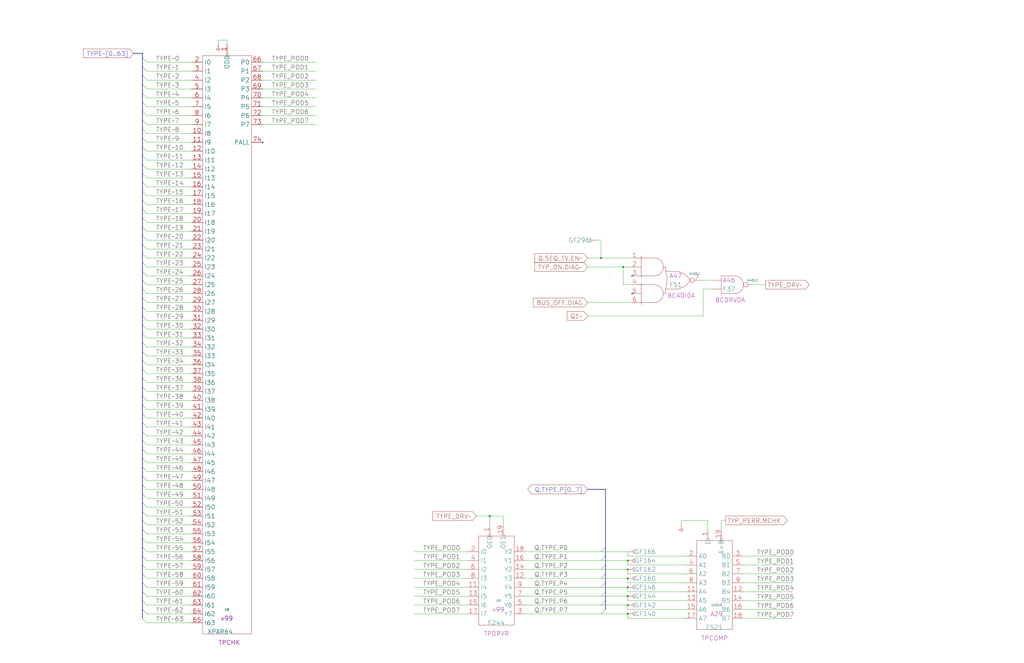
<source format=kicad_sch>
(kicad_sch (version 20230121) (generator eeschema)
  (paper "User" 584.2 378.46)
  (title_block (title "TYPE BUS TRANCEIVER\\nPARITY + BUS DRIVE LOGIC") (date "22-MAY-90") (rev "1.0") (comment 1 "SEQUENCER") (comment 2 "232-003064") (comment 3 "S400") (comment 4 "RELEASED"))
  (lib_symbols
    (symbol "r1000:F244" (pin_names (offset 1.016))
      (property "Reference" "U" (at 2.54 5.08 0))
      (property "Value" "F244" (at -3.81 -7.62 0))
      (property "Location" "___" (at -1.27 0 0))
      (property "Name" "______" (at 1.27 -15.24 0))
      (symbol "F244_1_1"
        (rectangle (start -8.89 41.91) (end 11.43 -8.89))
        (circle (center -2.54 42.545) (radius 0.635))
        (circle (center 5.08 42.545) (radius 0.635))
        (pin input line (at -2.54 48.26 270) (length 5.08) (name "OE0") (number "1"))
        (pin input line (at -15.24 12.7 0) (length 6.35) (name "I4") (number "11"))
        (pin tri_state line (at 17.78 17.78 180) (length 6.35) (name "Y3") (number "12"))
        (pin input line (at -15.24 7.62 0) (length 6.35) (name "I5") (number "13"))
        (pin tri_state line (at 17.78 22.86 180) (length 6.35) (name "Y2") (number "14"))
        (pin input line (at -15.24 2.54 0) (length 6.35) (name "I6") (number "15"))
        (pin tri_state line (at 17.78 27.94 180) (length 6.35) (name "Y1") (number "16"))
        (pin input line (at -15.24 -2.54 0) (length 6.35) (name "I7") (number "17"))
        (pin tri_state line (at 17.78 33.02 180) (length 6.35) (name "Y0") (number "18"))
        (pin input line (at 5.08 48.26 270) (length 5.08) (name "OE1") (number "19"))
        (pin input line (at -15.24 33.02 0) (length 6.35) (name "I0") (number "2"))
        (pin tri_state line (at 17.78 -2.54 180) (length 6.35) (name "Y7") (number "3"))
        (pin input line (at -15.24 27.94 0) (length 6.35) (name "I1") (number "4"))
        (pin tri_state line (at 17.78 2.54 180) (length 6.35) (name "Y6") (number "5"))
        (pin input line (at -15.24 22.86 0) (length 6.35) (name "I2") (number "6"))
        (pin tri_state line (at 17.78 7.62 180) (length 6.35) (name "Y5") (number "7"))
        (pin input line (at -15.24 17.78 0) (length 6.35) (name "I3") (number "8"))
        (pin tri_state line (at 17.78 12.7 180) (length 6.35) (name "Y4") (number "9"))
      )
    )
    (symbol "r1000:F37" (pin_numbers hide) (pin_names (offset 0) hide)
      (property "Reference" "U" (at 15.24 0 0))
      (property "Value" "F37" (at 1.905 -5.08 0))
      (property "Location" "___" (at 1.905 0 0))
      (property "Name" "______" (at 2.54 -12.7 0))
      (symbol "F37_0_1"
        (polyline (pts (xy -2.54 -7.62) (xy 5.08 -7.62)) (stroke (width 0.1524)))
        (polyline (pts (xy -2.54 2.54) (xy -2.54 -7.62)) (stroke (width 0.1524)))
        (polyline (pts (xy -2.54 2.54) (xy 5.08 2.54)) (stroke (width 0.1524)))
        (arc (start 5.08 -7.62) (mid 10.1282 -2.54) (end 5.08 2.54) (stroke (width 0.1524)))
        (circle (center 11.43 -2.54) (radius 1.27) (stroke (width 0.1524)))
      )
      (symbol "F37_0_2"
        (circle (center -3.81 -5.08) (radius 1.27) (stroke (width 0.1524)))
        (circle (center -3.81 0) (radius 1.27) (stroke (width 0.1524)))
        (arc (start -3.175 -7.62) (mid -2.134 -2.54) (end -3.175 2.54) (stroke (width 0.1524)))
        (polyline (pts (xy -3.175 -7.62) (xy 3.81 -7.62)) (stroke (width 0.1524)))
        (polyline (pts (xy -3.175 2.54) (xy 3.81 2.54)) (stroke (width 0.1524)))
        (arc (start 3.81 -7.62) (mid 7.5855 -5.8306) (end 10.16 -2.54) (stroke (width 0.1524)))
        (arc (start 10.16 -2.54) (mid 7.5827 0.7471) (end 3.81 2.54) (stroke (width 0.1524)))
      )
      (symbol "F37_1_1"
        (pin input line (at -7.62 0 0) (length 5.08) (name "D0") (number "1"))
        (pin input line (at -7.62 -5.08 0) (length 5.08) (name "D1") (number "2"))
        (pin output line (at 15.24 -2.54 180) (length 2.54) (name "Q") (number "3"))
      )
      (symbol "F37_1_2"
        (pin input line (at -7.62 0 0) (length 2.54) (name "D0") (number "1"))
        (pin input line (at -7.62 -5.08 0) (length 2.54) (name "D1") (number "2"))
        (pin output line (at 15.24 -2.54 180) (length 5.08) (name "Q") (number "3"))
      )
    )
    (symbol "r1000:F51" (pin_names hide)
      (property "Reference" "U" (at 12.7 1.27 0))
      (property "Value" "F51" (at 1.905 -5.08 0))
      (property "Location" "___" (at 1.905 0 0))
      (property "Name" "______" (at 5.08 -12.7 0))
      (symbol "F51_0_0"
        (arc (start -10.16 -15.24) (mid -6.5679 -13.7521) (end -5.08 -10.16) (stroke (width 0.1524)))
        (arc (start -10.16 0) (mid -6.5679 1.4879) (end -5.08 5.08) (stroke (width 0.1524)))
        (arc (start -5.08 -10.16) (mid -6.5679 -6.5679) (end -10.16 -5.08) (stroke (width 0.1524)))
        (arc (start -5.08 5.08) (mid -6.5679 8.6721) (end -10.16 10.16) (stroke (width 0.1524)))
        (arc (start -3.8173 -7.62) (mid -2.9926 -2.54) (end -3.8173 2.54) (stroke (width 0.1524)))
        (polyline (pts (xy -20.32 -15.24) (xy -17.78 -15.24)) (stroke (width 0.1524)))
        (polyline (pts (xy -20.32 -10.16) (xy -17.78 -10.16)) (stroke (width 0.1524)))
        (polyline (pts (xy -20.32 -5.08) (xy -17.78 -5.08)) (stroke (width 0.1524)))
        (polyline (pts (xy -20.32 0) (xy -17.78 0)) (stroke (width 0.1524)))
        (polyline (pts (xy -20.32 5.08) (xy -17.78 5.08)) (stroke (width 0.1524)))
        (polyline (pts (xy -20.32 10.16) (xy -17.78 10.16)) (stroke (width 0.1524)))
        (polyline (pts (xy -17.78 -3.81) (xy -17.78 -16.51)) (stroke (width 0.1524)))
        (polyline (pts (xy -17.78 11.43) (xy -17.78 -1.27)) (stroke (width 0.1524)))
        (polyline (pts (xy -10.16 -15.24) (xy -17.78 -15.24)) (stroke (width 0.1524)))
        (polyline (pts (xy -10.16 -5.08) (xy -17.78 -5.08)) (stroke (width 0.1524)))
        (polyline (pts (xy -10.16 0) (xy -17.78 0)) (stroke (width 0.1524)))
        (polyline (pts (xy -10.16 10.16) (xy -17.78 10.16)) (stroke (width 0.1524)))
        (polyline (pts (xy -3.81 -7.62) (xy 2.54 -7.62)) (stroke (width 0.1524)))
        (polyline (pts (xy -3.81 2.54) (xy 2.54 2.54)) (stroke (width 0.1524)))
        (polyline (pts (xy -5.08 -10.16) (xy -3.81 -10.16) (xy -3.81 -7.62)) (stroke (width 0.1524)))
        (polyline (pts (xy -5.08 5.08) (xy -3.81 5.08) (xy -3.81 2.54)) (stroke (width 0.1524)))
        (arc (start 2.54 -7.62) (mid 6.9504 -5.9805) (end 10.16 -2.54) (stroke (width 0.1524)))
        (arc (start 10.16 -2.54) (mid 6.9516 0.9024) (end 2.54 2.54) (stroke (width 0.1524)))
        (circle (center 11.43 -2.54) (radius 1.27) (stroke (width 0.1524)))
      )
      (symbol "F51_1_1"
        (pin input line (at -22.86 10.16 0) (length 2.54) (name "A1") (number "1"))
        (pin input line (at -22.86 5.08 0) (length 2.54) (name "A2") (number "2"))
        (pin input line (at -22.86 0 0) (length 2.54) (name "A3") (number "3"))
        (pin input line (at -22.86 -5.08 0) (length 2.54) (name "B1") (number "4"))
        (pin input line (at -22.86 -10.16 0) (length 2.54) (name "B2") (number "5"))
        (pin input line (at -22.86 -15.24 0) (length 2.54) (name "B3") (number "6"))
        (pin output line (at 15.24 -2.54 180) (length 2.54) (name "Q") (number "7"))
      )
    )
    (symbol "r1000:F521" (pin_names (offset 1.016))
      (property "Reference" "U" (at 2.54 5.08 0))
      (property "Value" "F521" (at -3.81 -7.62 0))
      (property "Location" "___" (at -1.27 0 0))
      (property "Name" "______" (at 1.27 -15.24 0))
      (symbol "F521_1_1"
        (rectangle (start -8.89 41.91) (end 11.43 -8.89))
        (circle (center -2.54 42.545) (radius 0.635))
        (circle (center 5.08 42.545) (radius 0.635))
        (pin input line (at -2.54 48.26 270) (length 5.08) (name "E") (number "1"))
        (pin input line (at -15.24 12.7 0) (length 6.35) (name "A4") (number "11"))
        (pin input line (at 17.78 12.7 180) (length 6.35) (name "B4") (number "12"))
        (pin input line (at -15.24 7.62 0) (length 6.35) (name "A5") (number "13"))
        (pin input line (at 17.78 7.62 180) (length 6.35) (name "B5") (number "14"))
        (pin input line (at -15.24 2.54 0) (length 6.35) (name "A6") (number "15"))
        (pin input line (at 17.78 2.54 180) (length 6.35) (name "B6") (number "16"))
        (pin input line (at -15.24 -2.54 0) (length 6.35) (name "A7") (number "17"))
        (pin input line (at 17.78 -2.54 180) (length 6.35) (name "B7") (number "18"))
        (pin output line (at 5.08 48.26 270) (length 5.08) (name "A=B") (number "19"))
        (pin input line (at -15.24 33.02 0) (length 6.35) (name "A0") (number "2"))
        (pin input line (at 17.78 33.02 180) (length 6.35) (name "B0") (number "3"))
        (pin input line (at -15.24 27.94 0) (length 6.35) (name "A1") (number "4"))
        (pin input line (at 17.78 27.94 180) (length 6.35) (name "B1") (number "5"))
        (pin input line (at -15.24 22.86 0) (length 6.35) (name "A2") (number "6"))
        (pin input line (at 17.78 22.86 180) (length 6.35) (name "B2") (number "7"))
        (pin input line (at -15.24 17.78 0) (length 6.35) (name "A3") (number "8"))
        (pin input line (at 17.78 17.78 180) (length 6.35) (name "B3") (number "9"))
      )
    )
    (symbol "r1000:GF" (pin_numbers hide) (pin_names (offset 0) hide)
      (property "Reference" "GF" (at 3.81 0 0))
      (symbol "GF_0_1"
        (polyline (pts (xy 2.54 0) (xy 3.81 1.27) (xy 3.81 -1.27) (xy 2.54 0)) (stroke (width 0.1524)))
      )
      (symbol "GF_1_1"
        (pin bidirectional line (at 0 0 0) (length 2.54) (name "") (number "1"))
      )
    )
    (symbol "r1000:PD" (power) (pin_numbers hide) (pin_names hide) (in_bom no)
      (symbol "PD_0_1"
        (polyline (pts (xy 0 -2.54) (xy 1.27 -2.54) (xy 0 -3.81) (xy -1.27 -2.54) (xy 0 -2.54)) (stroke (width 0.1524)))
      )
      (symbol "PD_1_1"
        (pin power_in line (at 0 0 270) (length 2.54) (name "PD") (number "1"))
      )
    )
    (symbol "r1000:XPAR64" (pin_names (offset 1.016))
      (property "Reference" "U" (at 2.54 5.08 0))
      (property "Value" "XPAR64" (at -8.89 -7.62 0))
      (property "Location" "___" (at -1.27 0 0))
      (property "Name" "______" (at 3.81 -15.24 0))
      (symbol "XPAR64_1_1"
        (rectangle (start -11.43 321.31) (end 16.51 -8.89))
        (circle (center 2.54 321.945) (radius 0.635))
        (pin input line (at 2.54 327.66 270) (length 5.08) (name "ODD") (number "1"))
        (pin input line (at -17.78 276.86 0) (length 6.35) (name "I8") (number "10"))
        (pin input line (at -17.78 271.78 0) (length 6.35) (name "I9") (number "11"))
        (pin input line (at -17.78 266.7 0) (length 6.35) (name "I10") (number "12"))
        (pin input line (at -17.78 261.62 0) (length 6.35) (name "I11") (number "13"))
        (pin input line (at -17.78 256.54 0) (length 6.35) (name "I12") (number "14"))
        (pin input line (at -17.78 251.46 0) (length 6.35) (name "I13") (number "15"))
        (pin input line (at -17.78 246.38 0) (length 6.35) (name "I14") (number "16"))
        (pin input line (at -17.78 241.3 0) (length 6.35) (name "I15") (number "17"))
        (pin input line (at -17.78 236.22 0) (length 6.35) (name "I16") (number "18"))
        (pin input line (at -17.78 231.14 0) (length 6.35) (name "I17") (number "19"))
        (pin input line (at -17.78 317.5 0) (length 6.35) (name "I0") (number "2"))
        (pin input line (at -17.78 226.06 0) (length 6.35) (name "I18") (number "20"))
        (pin input line (at -17.78 220.98 0) (length 6.35) (name "I19") (number "21"))
        (pin input line (at -17.78 215.9 0) (length 6.35) (name "I20") (number "22"))
        (pin input line (at -17.78 210.82 0) (length 6.35) (name "I21") (number "23"))
        (pin input line (at -17.78 205.74 0) (length 6.35) (name "I22") (number "24"))
        (pin input line (at -17.78 200.66 0) (length 6.35) (name "I23") (number "25"))
        (pin input line (at -17.78 195.58 0) (length 6.35) (name "I24") (number "26"))
        (pin input line (at -17.78 190.5 0) (length 6.35) (name "I25") (number "27"))
        (pin input line (at -17.78 185.42 0) (length 6.35) (name "I26") (number "28"))
        (pin input line (at -17.78 180.34 0) (length 6.35) (name "I27") (number "29"))
        (pin input line (at -17.78 312.42 0) (length 6.35) (name "I1") (number "3"))
        (pin input line (at -17.78 175.26 0) (length 6.35) (name "I28") (number "30"))
        (pin input line (at -17.78 170.18 0) (length 6.35) (name "I29") (number "31"))
        (pin input line (at -17.78 165.1 0) (length 6.35) (name "I30") (number "32"))
        (pin input line (at -17.78 160.02 0) (length 6.35) (name "I31") (number "33"))
        (pin input line (at -17.78 154.94 0) (length 6.35) (name "I32") (number "34"))
        (pin input line (at -17.78 149.86 0) (length 6.35) (name "I33") (number "35"))
        (pin input line (at -17.78 144.78 0) (length 6.35) (name "I34") (number "36"))
        (pin input line (at -17.78 139.7 0) (length 6.35) (name "I35") (number "37"))
        (pin input line (at -17.78 134.62 0) (length 6.35) (name "I36") (number "38"))
        (pin input line (at -17.78 129.54 0) (length 6.35) (name "I37") (number "39"))
        (pin input line (at -17.78 307.34 0) (length 6.35) (name "I2") (number "4"))
        (pin input line (at -17.78 124.46 0) (length 6.35) (name "I38") (number "40"))
        (pin input line (at -17.78 119.38 0) (length 6.35) (name "I39") (number "41"))
        (pin input line (at -17.78 114.3 0) (length 6.35) (name "I40") (number "42"))
        (pin input line (at -17.78 109.22 0) (length 6.35) (name "I41") (number "43"))
        (pin input line (at -17.78 104.14 0) (length 6.35) (name "I42") (number "44"))
        (pin input line (at -17.78 99.06 0) (length 6.35) (name "I43") (number "45"))
        (pin input line (at -17.78 93.98 0) (length 6.35) (name "I44") (number "46"))
        (pin input line (at -17.78 88.9 0) (length 6.35) (name "I45") (number "47"))
        (pin input line (at -17.78 83.82 0) (length 6.35) (name "I46") (number "48"))
        (pin input line (at -17.78 78.74 0) (length 6.35) (name "I47") (number "49"))
        (pin input line (at -17.78 302.26 0) (length 6.35) (name "I3") (number "5"))
        (pin input line (at -17.78 73.66 0) (length 6.35) (name "I48") (number "50"))
        (pin input line (at -17.78 68.58 0) (length 6.35) (name "I49") (number "51"))
        (pin input line (at -17.78 63.5 0) (length 6.35) (name "I50") (number "52"))
        (pin input line (at -17.78 58.42 0) (length 6.35) (name "I51") (number "53"))
        (pin input line (at -17.78 53.34 0) (length 6.35) (name "I52") (number "54"))
        (pin input line (at -17.78 48.26 0) (length 6.35) (name "I53") (number "55"))
        (pin input line (at -17.78 43.18 0) (length 6.35) (name "I54") (number "56"))
        (pin input line (at -17.78 38.1 0) (length 6.35) (name "I55") (number "57"))
        (pin input line (at -17.78 33.02 0) (length 6.35) (name "I56") (number "58"))
        (pin input line (at -17.78 27.94 0) (length 6.35) (name "I57") (number "59"))
        (pin input line (at -17.78 297.18 0) (length 6.35) (name "I4") (number "6"))
        (pin input line (at -17.78 22.86 0) (length 6.35) (name "I58") (number "60"))
        (pin input line (at -17.78 17.78 0) (length 6.35) (name "I59") (number "61"))
        (pin input line (at -17.78 12.7 0) (length 6.35) (name "I60") (number "62"))
        (pin input line (at -17.78 7.62 0) (length 6.35) (name "I61") (number "63"))
        (pin input line (at -17.78 2.54 0) (length 6.35) (name "I62") (number "64"))
        (pin input line (at -17.78 -2.54 0) (length 6.35) (name "I63") (number "65"))
        (pin output line (at 22.86 317.5 180) (length 6.35) (name "P0") (number "66"))
        (pin output line (at 22.86 312.42 180) (length 6.35) (name "P1") (number "67"))
        (pin output line (at 22.86 307.34 180) (length 6.35) (name "P2") (number "68"))
        (pin output line (at 22.86 302.26 180) (length 6.35) (name "P3") (number "69"))
        (pin input line (at -17.78 292.1 0) (length 6.35) (name "I5") (number "7"))
        (pin output line (at 22.86 297.18 180) (length 6.35) (name "P4") (number "70"))
        (pin output line (at 22.86 292.1 180) (length 6.35) (name "P5") (number "71"))
        (pin output line (at 22.86 287.02 180) (length 6.35) (name "P6") (number "72"))
        (pin output line (at 22.86 281.94 180) (length 6.35) (name "P7") (number "73"))
        (pin output line (at 22.86 271.78 180) (length 6.35) (name "PALL") (number "74"))
        (pin input line (at -17.78 287.02 0) (length 6.35) (name "I6") (number "8"))
        (pin input line (at -17.78 281.94 0) (length 6.35) (name "I7") (number "9"))
      )
    )
  )
  (junction (at 358.14 325.12))
  (junction (at 358.14 320.04))
  (junction (at 358.14 340.36))
  (junction (at 279.4 294.64))
  (junction (at 358.14 345.44))
  (junction (at 358.14 330.2))
  (junction (at 355.6 152.4))
  (junction (at 358.14 335.28))
  (junction (at 358.14 350.52))
  (junction (at 342.9 147.32))
  (no_connect (at 360.68 167.64))
  (no_connect (at 149.86 81.28))
  (no_connect (at 360.68 157.48))
  (bus_entry (at 81.28 281.94) (size 2.54 2.54))
  (bus_entry (at 81.28 210.82) (size 2.54 2.54))
  (bus_entry (at 81.28 337.82) (size 2.54 2.54))
  (bus_entry (at 81.28 220.98) (size 2.54 2.54))
  (bus_entry (at 81.28 261.62) (size 2.54 2.54))
  (bus_entry (at 81.28 180.34) (size 2.54 2.54))
  (bus_entry (at 81.28 266.7) (size 2.54 2.54))
  (bus_entry (at 345.44 337.82) (size -2.54 2.54))
  (bus_entry (at 81.28 43.18) (size 2.54 2.54))
  (bus_entry (at 81.28 99.06) (size 2.54 2.54))
  (bus_entry (at 81.28 241.3) (size 2.54 2.54))
  (bus_entry (at 81.28 93.98) (size 2.54 2.54))
  (bus_entry (at 81.28 114.3) (size 2.54 2.54))
  (bus_entry (at 81.28 149.86) (size 2.54 2.54))
  (bus_entry (at 81.28 33.02) (size 2.54 2.54))
  (bus_entry (at 345.44 347.98) (size -2.54 2.54))
  (bus_entry (at 81.28 144.78) (size 2.54 2.54))
  (bus_entry (at 81.28 302.26) (size 2.54 2.54))
  (bus_entry (at 81.28 287.02) (size 2.54 2.54))
  (bus_entry (at 81.28 322.58) (size 2.54 2.54))
  (bus_entry (at 81.28 271.78) (size 2.54 2.54))
  (bus_entry (at 81.28 58.42) (size 2.54 2.54))
  (bus_entry (at 81.28 226.06) (size 2.54 2.54))
  (bus_entry (at 81.28 175.26) (size 2.54 2.54))
  (bus_entry (at 81.28 251.46) (size 2.54 2.54))
  (bus_entry (at 81.28 109.22) (size 2.54 2.54))
  (bus_entry (at 345.44 327.66) (size -2.54 2.54))
  (bus_entry (at 81.28 256.54) (size 2.54 2.54))
  (bus_entry (at 81.28 165.1) (size 2.54 2.54))
  (bus_entry (at 81.28 236.22) (size 2.54 2.54))
  (bus_entry (at 81.28 129.54) (size 2.54 2.54))
  (bus_entry (at 81.28 297.18) (size 2.54 2.54))
  (bus_entry (at 81.28 246.38) (size 2.54 2.54))
  (bus_entry (at 81.28 38.1) (size 2.54 2.54))
  (bus_entry (at 81.28 353.06) (size 2.54 2.54))
  (bus_entry (at 345.44 322.58) (size -2.54 2.54))
  (bus_entry (at 81.28 124.46) (size 2.54 2.54))
  (bus_entry (at 81.28 134.62) (size 2.54 2.54))
  (bus_entry (at 81.28 78.74) (size 2.54 2.54))
  (bus_entry (at 81.28 185.42) (size 2.54 2.54))
  (bus_entry (at 81.28 73.66) (size 2.54 2.54))
  (bus_entry (at 81.28 63.5) (size 2.54 2.54))
  (bus_entry (at 345.44 312.42) (size -2.54 2.54))
  (bus_entry (at 81.28 327.66) (size 2.54 2.54))
  (bus_entry (at 81.28 215.9) (size 2.54 2.54))
  (bus_entry (at 81.28 68.58) (size 2.54 2.54))
  (bus_entry (at 81.28 83.82) (size 2.54 2.54))
  (bus_entry (at 81.28 231.14) (size 2.54 2.54))
  (bus_entry (at 345.44 342.9) (size -2.54 2.54))
  (bus_entry (at 81.28 342.9) (size 2.54 2.54))
  (bus_entry (at 81.28 170.18) (size 2.54 2.54))
  (bus_entry (at 81.28 48.26) (size 2.54 2.54))
  (bus_entry (at 81.28 104.14) (size 2.54 2.54))
  (bus_entry (at 81.28 205.74) (size 2.54 2.54))
  (bus_entry (at 81.28 190.5) (size 2.54 2.54))
  (bus_entry (at 81.28 195.58) (size 2.54 2.54))
  (bus_entry (at 81.28 154.94) (size 2.54 2.54))
  (bus_entry (at 345.44 332.74) (size -2.54 2.54))
  (bus_entry (at 81.28 139.7) (size 2.54 2.54))
  (bus_entry (at 81.28 88.9) (size 2.54 2.54))
  (bus_entry (at 81.28 307.34) (size 2.54 2.54))
  (bus_entry (at 81.28 292.1) (size 2.54 2.54))
  (bus_entry (at 81.28 200.66) (size 2.54 2.54))
  (bus_entry (at 345.44 317.5) (size -2.54 2.54))
  (bus_entry (at 81.28 276.86) (size 2.54 2.54))
  (bus_entry (at 81.28 317.5) (size 2.54 2.54))
  (bus_entry (at 81.28 347.98) (size 2.54 2.54))
  (bus_entry (at 81.28 312.42) (size 2.54 2.54))
  (bus_entry (at 81.28 119.38) (size 2.54 2.54))
  (bus_entry (at 81.28 332.74) (size 2.54 2.54))
  (bus_entry (at 81.28 53.34) (size 2.54 2.54))
  (bus_entry (at 81.28 160.02) (size 2.54 2.54))
  (bus (pts (xy 81.28 160.02) (xy 81.28 165.1)))
  (bus (pts (xy 81.28 241.3) (xy 81.28 246.38)))
  (wire (pts (xy 149.86 50.8) (xy 180.34 50.8)))
  (wire (pts (xy 335.28 180.34) (xy 401.32 180.34)))
  (wire (pts (xy 424.18 353.06) (xy 452.12 353.06)))
  (wire (pts (xy 358.14 353.06) (xy 391.16 353.06)))
  (wire (pts (xy 109.22 198.12) (xy 83.82 198.12)))
  (wire (pts (xy 109.22 187.96) (xy 83.82 187.96)))
  (wire (pts (xy 109.22 264.16) (xy 83.82 264.16)))
  (bus (pts (xy 345.44 337.82) (xy 345.44 342.9)))
  (wire (pts (xy 424.18 317.5) (xy 452.12 317.5)))
  (wire (pts (xy 388.62 297.18) (xy 403.86 297.18)))
  (wire (pts (xy 109.22 177.8) (xy 83.82 177.8)))
  (bus (pts (xy 76.2 30.48) (xy 81.28 30.48)))
  (wire (pts (xy 109.22 55.88) (xy 83.82 55.88)))
  (bus (pts (xy 81.28 307.34) (xy 81.28 312.42)))
  (wire (pts (xy 149.86 40.64) (xy 180.34 40.64)))
  (bus (pts (xy 81.28 154.94) (xy 81.28 160.02)))
  (bus (pts (xy 81.28 236.22) (xy 81.28 241.3)))
  (bus (pts (xy 81.28 195.58) (xy 81.28 200.66)))
  (wire (pts (xy 149.86 71.12) (xy 180.34 71.12)))
  (wire (pts (xy 109.22 345.44) (xy 83.82 345.44)))
  (wire (pts (xy 424.18 327.66) (xy 452.12 327.66)))
  (wire (pts (xy 109.22 106.68) (xy 83.82 106.68)))
  (wire (pts (xy 109.22 76.2) (xy 83.82 76.2)))
  (wire (pts (xy 411.48 297.18) (xy 411.48 302.26)))
  (bus (pts (xy 81.28 99.06) (xy 81.28 104.14)))
  (wire (pts (xy 109.22 142.24) (xy 83.82 142.24)))
  (wire (pts (xy 355.6 152.4) (xy 355.6 162.56)))
  (bus (pts (xy 81.28 256.54) (xy 81.28 261.62)))
  (bus (pts (xy 345.44 317.5) (xy 345.44 322.58)))
  (wire (pts (xy 109.22 248.92) (xy 83.82 248.92)))
  (bus (pts (xy 81.28 144.78) (xy 81.28 149.86)))
  (wire (pts (xy 342.9 330.2) (xy 358.14 330.2)))
  (wire (pts (xy 411.48 297.18) (xy 414.02 297.18)))
  (wire (pts (xy 398.78 160.02) (xy 406.4 160.02)))
  (wire (pts (xy 149.86 45.72) (xy 180.34 45.72)))
  (wire (pts (xy 109.22 157.48) (xy 83.82 157.48)))
  (bus (pts (xy 81.28 271.78) (xy 81.28 276.86)))
  (bus (pts (xy 81.28 246.38) (xy 81.28 251.46)))
  (wire (pts (xy 358.14 345.44) (xy 358.14 347.98)))
  (wire (pts (xy 129.54 22.86) (xy 129.54 25.4)))
  (wire (pts (xy 109.22 193.04) (xy 83.82 193.04)))
  (wire (pts (xy 358.14 332.74) (xy 391.16 332.74)))
  (wire (pts (xy 299.72 345.44) (xy 342.9 345.44)))
  (wire (pts (xy 279.4 294.64) (xy 279.4 299.72)))
  (wire (pts (xy 109.22 335.28) (xy 83.82 335.28)))
  (bus (pts (xy 81.28 251.46) (xy 81.28 256.54)))
  (bus (pts (xy 81.28 88.9) (xy 81.28 93.98)))
  (wire (pts (xy 109.22 218.44) (xy 83.82 218.44)))
  (wire (pts (xy 360.68 162.56) (xy 355.6 162.56)))
  (wire (pts (xy 358.14 320.04) (xy 358.14 322.58)))
  (bus (pts (xy 81.28 200.66) (xy 81.28 205.74)))
  (wire (pts (xy 271.78 294.64) (xy 279.4 294.64)))
  (wire (pts (xy 109.22 228.6) (xy 83.82 228.6)))
  (wire (pts (xy 335.28 147.32) (xy 342.9 147.32)))
  (bus (pts (xy 81.28 53.34) (xy 81.28 58.42)))
  (wire (pts (xy 109.22 314.96) (xy 83.82 314.96)))
  (bus (pts (xy 81.28 129.54) (xy 81.28 134.62)))
  (wire (pts (xy 342.9 320.04) (xy 358.14 320.04)))
  (wire (pts (xy 299.72 340.36) (xy 342.9 340.36)))
  (wire (pts (xy 358.14 340.36) (xy 358.14 342.9)))
  (bus (pts (xy 81.28 276.86) (xy 81.28 281.94)))
  (bus (pts (xy 81.28 124.46) (xy 81.28 129.54)))
  (wire (pts (xy 358.14 327.66) (xy 391.16 327.66)))
  (wire (pts (xy 109.22 147.32) (xy 83.82 147.32)))
  (wire (pts (xy 335.28 152.4) (xy 355.6 152.4)))
  (bus (pts (xy 81.28 83.82) (xy 81.28 88.9)))
  (wire (pts (xy 109.22 259.08) (xy 83.82 259.08)))
  (wire (pts (xy 109.22 172.72) (xy 83.82 172.72)))
  (wire (pts (xy 358.14 317.5) (xy 391.16 317.5)))
  (bus (pts (xy 81.28 68.58) (xy 81.28 73.66)))
  (wire (pts (xy 109.22 238.76) (xy 83.82 238.76)))
  (wire (pts (xy 109.22 162.56) (xy 83.82 162.56)))
  (bus (pts (xy 81.28 180.34) (xy 81.28 185.42)))
  (wire (pts (xy 109.22 60.96) (xy 83.82 60.96)))
  (bus (pts (xy 81.28 347.98) (xy 81.28 353.06)))
  (bus (pts (xy 345.44 332.74) (xy 345.44 337.82)))
  (wire (pts (xy 109.22 299.72) (xy 83.82 299.72)))
  (wire (pts (xy 236.22 340.36) (xy 266.7 340.36)))
  (wire (pts (xy 109.22 137.16) (xy 83.82 137.16)))
  (wire (pts (xy 299.72 350.52) (xy 342.9 350.52)))
  (wire (pts (xy 340.36 137.16) (xy 342.9 137.16)))
  (bus (pts (xy 345.44 279.4) (xy 345.44 312.42)))
  (wire (pts (xy 299.72 314.96) (xy 342.9 314.96)))
  (wire (pts (xy 429.26 162.56) (xy 436.88 162.56)))
  (wire (pts (xy 109.22 101.6) (xy 83.82 101.6)))
  (bus (pts (xy 81.28 337.82) (xy 81.28 342.9)))
  (wire (pts (xy 236.22 320.04) (xy 266.7 320.04)))
  (bus (pts (xy 81.28 63.5) (xy 81.28 68.58)))
  (bus (pts (xy 81.28 114.3) (xy 81.28 119.38)))
  (wire (pts (xy 424.18 332.74) (xy 452.12 332.74)))
  (wire (pts (xy 109.22 167.64) (xy 83.82 167.64)))
  (bus (pts (xy 81.28 322.58) (xy 81.28 327.66)))
  (wire (pts (xy 109.22 279.4) (xy 83.82 279.4)))
  (wire (pts (xy 109.22 91.44) (xy 83.82 91.44)))
  (wire (pts (xy 124.46 22.86) (xy 129.54 22.86)))
  (bus (pts (xy 81.28 73.66) (xy 81.28 78.74)))
  (wire (pts (xy 236.22 345.44) (xy 266.7 345.44)))
  (wire (pts (xy 342.9 340.36) (xy 358.14 340.36)))
  (wire (pts (xy 236.22 335.28) (xy 266.7 335.28)))
  (wire (pts (xy 342.9 314.96) (xy 358.14 314.96)))
  (wire (pts (xy 109.22 309.88) (xy 83.82 309.88)))
  (wire (pts (xy 299.72 335.28) (xy 342.9 335.28)))
  (wire (pts (xy 109.22 40.64) (xy 83.82 40.64)))
  (wire (pts (xy 342.9 147.32) (xy 360.68 147.32)))
  (wire (pts (xy 109.22 355.6) (xy 83.82 355.6)))
  (bus (pts (xy 81.28 93.98) (xy 81.28 99.06)))
  (wire (pts (xy 299.72 330.2) (xy 342.9 330.2)))
  (wire (pts (xy 342.9 137.16) (xy 342.9 147.32)))
  (bus (pts (xy 81.28 170.18) (xy 81.28 175.26)))
  (bus (pts (xy 81.28 134.62) (xy 81.28 139.7)))
  (wire (pts (xy 109.22 35.56) (xy 83.82 35.56)))
  (bus (pts (xy 81.28 190.5) (xy 81.28 195.58)))
  (wire (pts (xy 109.22 127) (xy 83.82 127)))
  (wire (pts (xy 109.22 116.84) (xy 83.82 116.84)))
  (wire (pts (xy 358.14 337.82) (xy 391.16 337.82)))
  (wire (pts (xy 335.28 172.72) (xy 360.68 172.72)))
  (bus (pts (xy 81.28 261.62) (xy 81.28 266.7)))
  (wire (pts (xy 109.22 121.92) (xy 83.82 121.92)))
  (bus (pts (xy 345.44 342.9) (xy 345.44 347.98)))
  (bus (pts (xy 81.28 297.18) (xy 81.28 302.26)))
  (wire (pts (xy 109.22 350.52) (xy 83.82 350.52)))
  (bus (pts (xy 81.28 175.26) (xy 81.28 180.34)))
  (wire (pts (xy 358.14 330.2) (xy 358.14 332.74)))
  (bus (pts (xy 81.28 78.74) (xy 81.28 83.82)))
  (bus (pts (xy 81.28 30.48) (xy 81.28 33.02)))
  (wire (pts (xy 355.6 152.4) (xy 360.68 152.4)))
  (wire (pts (xy 358.14 325.12) (xy 358.14 327.66)))
  (bus (pts (xy 81.28 104.14) (xy 81.28 109.22)))
  (bus (pts (xy 81.28 109.22) (xy 81.28 114.3)))
  (bus (pts (xy 81.28 43.18) (xy 81.28 48.26)))
  (wire (pts (xy 109.22 111.76) (xy 83.82 111.76)))
  (wire (pts (xy 109.22 96.52) (xy 83.82 96.52)))
  (wire (pts (xy 109.22 71.12) (xy 83.82 71.12)))
  (wire (pts (xy 358.14 335.28) (xy 358.14 337.82)))
  (bus (pts (xy 81.28 210.82) (xy 81.28 215.9)))
  (wire (pts (xy 403.86 297.18) (xy 403.86 302.26)))
  (wire (pts (xy 236.22 330.2) (xy 266.7 330.2)))
  (wire (pts (xy 424.18 342.9) (xy 452.12 342.9)))
  (wire (pts (xy 109.22 269.24) (xy 83.82 269.24)))
  (wire (pts (xy 287.02 299.72) (xy 287.02 294.64)))
  (bus (pts (xy 81.28 312.42) (xy 81.28 317.5)))
  (wire (pts (xy 149.86 55.88) (xy 180.34 55.88)))
  (bus (pts (xy 81.28 292.1) (xy 81.28 297.18)))
  (wire (pts (xy 149.86 66.04) (xy 180.34 66.04)))
  (wire (pts (xy 109.22 243.84) (xy 83.82 243.84)))
  (bus (pts (xy 81.28 327.66) (xy 81.28 332.74)))
  (bus (pts (xy 345.44 312.42) (xy 345.44 317.5)))
  (wire (pts (xy 342.9 345.44) (xy 358.14 345.44)))
  (wire (pts (xy 109.22 45.72) (xy 83.82 45.72)))
  (wire (pts (xy 424.18 347.98) (xy 452.12 347.98)))
  (bus (pts (xy 81.28 48.26) (xy 81.28 53.34)))
  (wire (pts (xy 124.46 25.4) (xy 124.46 22.86)))
  (bus (pts (xy 81.28 38.1) (xy 81.28 43.18)))
  (bus (pts (xy 81.28 185.42) (xy 81.28 190.5)))
  (wire (pts (xy 109.22 66.04) (xy 83.82 66.04)))
  (bus (pts (xy 81.28 165.1) (xy 81.28 170.18)))
  (wire (pts (xy 358.14 350.52) (xy 358.14 353.06)))
  (wire (pts (xy 109.22 325.12) (xy 83.82 325.12)))
  (bus (pts (xy 81.28 287.02) (xy 81.28 292.1)))
  (wire (pts (xy 401.32 165.1) (xy 406.4 165.1)))
  (wire (pts (xy 109.22 203.2) (xy 83.82 203.2)))
  (wire (pts (xy 109.22 294.64) (xy 83.82 294.64)))
  (wire (pts (xy 424.18 337.82) (xy 452.12 337.82)))
  (bus (pts (xy 81.28 226.06) (xy 81.28 231.14)))
  (wire (pts (xy 401.32 180.34) (xy 401.32 165.1)))
  (bus (pts (xy 81.28 215.9) (xy 81.28 220.98)))
  (bus (pts (xy 81.28 220.98) (xy 81.28 226.06)))
  (wire (pts (xy 342.9 335.28) (xy 358.14 335.28)))
  (bus (pts (xy 81.28 281.94) (xy 81.28 287.02)))
  (wire (pts (xy 109.22 289.56) (xy 83.82 289.56)))
  (wire (pts (xy 236.22 325.12) (xy 266.7 325.12)))
  (wire (pts (xy 109.22 274.32) (xy 83.82 274.32)))
  (wire (pts (xy 109.22 340.36) (xy 83.82 340.36)))
  (bus (pts (xy 81.28 205.74) (xy 81.28 210.82)))
  (wire (pts (xy 109.22 284.48) (xy 83.82 284.48)))
  (wire (pts (xy 109.22 86.36) (xy 83.82 86.36)))
  (wire (pts (xy 109.22 132.08) (xy 83.82 132.08)))
  (bus (pts (xy 81.28 33.02) (xy 81.28 38.1)))
  (wire (pts (xy 358.14 347.98) (xy 391.16 347.98)))
  (wire (pts (xy 149.86 35.56) (xy 180.34 35.56)))
  (wire (pts (xy 109.22 152.4) (xy 83.82 152.4)))
  (bus (pts (xy 81.28 149.86) (xy 81.28 154.94)))
  (wire (pts (xy 109.22 320.04) (xy 83.82 320.04)))
  (wire (pts (xy 109.22 304.8) (xy 83.82 304.8)))
  (bus (pts (xy 81.28 58.42) (xy 81.28 63.5)))
  (wire (pts (xy 342.9 325.12) (xy 358.14 325.12)))
  (wire (pts (xy 424.18 322.58) (xy 452.12 322.58)))
  (wire (pts (xy 109.22 182.88) (xy 83.82 182.88)))
  (bus (pts (xy 81.28 332.74) (xy 81.28 337.82)))
  (bus (pts (xy 81.28 119.38) (xy 81.28 124.46)))
  (wire (pts (xy 299.72 325.12) (xy 342.9 325.12)))
  (wire (pts (xy 109.22 81.28) (xy 83.82 81.28)))
  (wire (pts (xy 358.14 314.96) (xy 358.14 317.5)))
  (bus (pts (xy 81.28 342.9) (xy 81.28 347.98)))
  (wire (pts (xy 149.86 60.96) (xy 180.34 60.96)))
  (bus (pts (xy 81.28 266.7) (xy 81.28 271.78)))
  (wire (pts (xy 109.22 213.36) (xy 83.82 213.36)))
  (bus (pts (xy 345.44 327.66) (xy 345.44 332.74)))
  (bus (pts (xy 345.44 322.58) (xy 345.44 327.66)))
  (wire (pts (xy 342.9 350.52) (xy 358.14 350.52)))
  (wire (pts (xy 236.22 314.96) (xy 266.7 314.96)))
  (bus (pts (xy 81.28 231.14) (xy 81.28 236.22)))
  (wire (pts (xy 109.22 223.52) (xy 83.82 223.52)))
  (wire (pts (xy 279.4 294.64) (xy 287.02 294.64)))
  (wire (pts (xy 236.22 350.52) (xy 266.7 350.52)))
  (bus (pts (xy 81.28 139.7) (xy 81.28 144.78)))
  (wire (pts (xy 109.22 330.2) (xy 83.82 330.2)))
  (wire (pts (xy 299.72 320.04) (xy 342.9 320.04)))
  (wire (pts (xy 109.22 208.28) (xy 83.82 208.28)))
  (wire (pts (xy 358.14 342.9) (xy 391.16 342.9)))
  (wire (pts (xy 109.22 50.8) (xy 83.82 50.8)))
  (wire (pts (xy 109.22 254) (xy 83.82 254)))
  (bus (pts (xy 81.28 302.26) (xy 81.28 307.34)))
  (wire (pts (xy 109.22 233.68) (xy 83.82 233.68)))
  (wire (pts (xy 388.62 299.72) (xy 388.62 297.18)))
  (bus (pts (xy 335.28 279.4) (xy 345.44 279.4)))
  (wire (pts (xy 358.14 322.58) (xy 391.16 322.58)))
  (bus (pts (xy 81.28 317.5) (xy 81.28 322.58)))
  (label "TYPE~42" (at 88.9 248.92 0) (effects (font (size 2.54 2.54))))
  (label "TYPE~33" (at 88.9 203.2 0) (effects (font (size 2.54 2.54))))
  (label "TYPE_POD6" (at 431.8 347.98 0) (effects (font (size 2.54 2.54))))
  (label "TYPE~5" (at 88.9 60.96 0) (effects (font (size 2.54 2.54))))
  (label "TYPE~36" (at 88.9 218.44 0) (effects (font (size 2.54 2.54))))
  (label "TYPE_POD3" (at 154.94 50.8 0) (effects (font (size 2.54 2.54))))
  (label "TYPE~30" (at 88.9 187.96 0) (effects (font (size 2.54 2.54))))
  (label "Q.TYPE.P3" (at 304.8 330.2 0) (effects (font (size 2.54 2.54))))
  (label "TYPE_POD0" (at 154.94 35.56 0) (effects (font (size 2.54 2.54))))
  (label "TYPE_POD5" (at 431.8 342.9 0) (effects (font (size 2.54 2.54))))
  (label "TYPE~27" (at 88.9 172.72 0) (effects (font (size 2.54 2.54))))
  (label "TYPE~9" (at 88.9 81.28 0) (effects (font (size 2.54 2.54))))
  (label "TYPE~23" (at 88.9 152.4 0) (effects (font (size 2.54 2.54))))
  (label "TYPE_POD0" (at 431.8 317.5 0) (effects (font (size 2.54 2.54))))
  (label "TYPE_POD5" (at 154.94 60.96 0) (effects (font (size 2.54 2.54))))
  (label "TYPE~17" (at 88.9 121.92 0) (effects (font (size 2.54 2.54))))
  (label "TYPE~37" (at 88.9 223.52 0) (effects (font (size 2.54 2.54))))
  (label "TYPE~51" (at 88.9 294.64 0) (effects (font (size 2.54 2.54))))
  (label "TYPE~35" (at 88.9 213.36 0) (effects (font (size 2.54 2.54))))
  (label "TYPE~12" (at 88.9 96.52 0) (effects (font (size 2.54 2.54))))
  (label "TYPE~31" (at 88.9 193.04 0) (effects (font (size 2.54 2.54))))
  (label "TYPE~18" (at 88.9 127 0) (effects (font (size 2.54 2.54))))
  (label "TYPE_POD4" (at 154.94 55.88 0) (effects (font (size 2.54 2.54))))
  (label "TYPE~22" (at 88.9 147.32 0) (effects (font (size 2.54 2.54))))
  (label "TYPE_POD2" (at 154.94 45.72 0) (effects (font (size 2.54 2.54))))
  (label "TYPE_POD6" (at 154.94 66.04 0) (effects (font (size 2.54 2.54))))
  (label "TYPE_POD3" (at 241.3 330.2 0) (effects (font (size 2.54 2.54))))
  (label "TYPE~57" (at 88.9 325.12 0) (effects (font (size 2.54 2.54))))
  (label "TYPE~28" (at 88.9 177.8 0) (effects (font (size 2.54 2.54))))
  (label "TYPE_POD4" (at 241.3 335.28 0) (effects (font (size 2.54 2.54))))
  (label "TYPE~15" (at 88.9 111.76 0) (effects (font (size 2.54 2.54))))
  (label "Q.TYPE.P0" (at 304.8 314.96 0) (effects (font (size 2.54 2.54))))
  (label "TYPE~47" (at 88.9 274.32 0) (effects (font (size 2.54 2.54))))
  (label "TYPE~44" (at 88.9 259.08 0) (effects (font (size 2.54 2.54))))
  (label "TYPE~2" (at 88.9 45.72 0) (effects (font (size 2.54 2.54))))
  (label "TYPE~10" (at 88.9 86.36 0) (effects (font (size 2.54 2.54))))
  (label "TYPE~61" (at 88.9 345.44 0) (effects (font (size 2.54 2.54))))
  (label "TYPE_POD3" (at 431.8 332.74 0) (effects (font (size 2.54 2.54))))
  (label "TYPE~0" (at 88.9 35.56 0) (effects (font (size 2.54 2.54))))
  (label "TYPE~59" (at 88.9 335.28 0) (effects (font (size 2.54 2.54))))
  (label "TYPE~19" (at 88.9 132.08 0) (effects (font (size 2.54 2.54))))
  (label "TYPE~21" (at 88.9 142.24 0) (effects (font (size 2.54 2.54))))
  (label "TYPE~29" (at 88.9 182.88 0) (effects (font (size 2.54 2.54))))
  (label "TYPE~60" (at 88.9 340.36 0) (effects (font (size 2.54 2.54))))
  (label "TYPE~62" (at 88.9 350.52 0) (effects (font (size 2.54 2.54))))
  (label "TYPE~58" (at 88.9 330.2 0) (effects (font (size 2.54 2.54))))
  (label "Q.TYPE.P2" (at 304.8 325.12 0) (effects (font (size 2.54 2.54))))
  (label "TYPE_POD0" (at 241.3 314.96 0) (effects (font (size 2.54 2.54))))
  (label "TYPE~48" (at 88.9 279.4 0) (effects (font (size 2.54 2.54))))
  (label "TYPE_POD4" (at 431.8 337.82 0) (effects (font (size 2.54 2.54))))
  (label "TYPE~16" (at 88.9 116.84 0) (effects (font (size 2.54 2.54))))
  (label "TYPE~7" (at 88.9 71.12 0) (effects (font (size 2.54 2.54))))
  (label "TYPE~13" (at 88.9 101.6 0) (effects (font (size 2.54 2.54))))
  (label "TYPE~6" (at 88.9 66.04 0) (effects (font (size 2.54 2.54))))
  (label "TYPE_POD6" (at 241.3 345.44 0) (effects (font (size 2.54 2.54))))
  (label "TYPE_POD7" (at 154.94 71.12 0) (effects (font (size 2.54 2.54))))
  (label "TYPE_POD1" (at 431.8 322.58 0) (effects (font (size 2.54 2.54))))
  (label "TYPE~49" (at 88.9 284.48 0) (effects (font (size 2.54 2.54))))
  (label "TYPE~1" (at 88.9 40.64 0) (effects (font (size 2.54 2.54))))
  (label "Q.TYPE.P6" (at 304.8 345.44 0) (effects (font (size 2.54 2.54))))
  (label "TYPE_POD1" (at 241.3 320.04 0) (effects (font (size 2.54 2.54))))
  (label "Q.TYPE.P1" (at 304.8 320.04 0) (effects (font (size 2.54 2.54))))
  (label "TYPE~46" (at 88.9 269.24 0) (effects (font (size 2.54 2.54))))
  (label "TYPE_POD7" (at 431.8 353.06 0) (effects (font (size 2.54 2.54))))
  (label "TYPE~38" (at 88.9 228.6 0) (effects (font (size 2.54 2.54))))
  (label "TYPE_POD2" (at 431.8 327.66 0) (effects (font (size 2.54 2.54))))
  (label "TYPE~52" (at 88.9 299.72 0) (effects (font (size 2.54 2.54))))
  (label "TYPE~43" (at 88.9 254 0) (effects (font (size 2.54 2.54))))
  (label "TYPE~54" (at 88.9 309.88 0) (effects (font (size 2.54 2.54))))
  (label "TYPE~53" (at 88.9 304.8 0) (effects (font (size 2.54 2.54))))
  (label "TYPE~14" (at 88.9 106.68 0) (effects (font (size 2.54 2.54))))
  (label "TYPE_POD7" (at 241.3 350.52 0) (effects (font (size 2.54 2.54))))
  (label "TYPE~34" (at 88.9 208.28 0) (effects (font (size 2.54 2.54))))
  (label "TYPE~40" (at 88.9 238.76 0) (effects (font (size 2.54 2.54))))
  (label "TYPE_POD1" (at 154.94 40.64 0) (effects (font (size 2.54 2.54))))
  (label "TYPE~56" (at 88.9 320.04 0) (effects (font (size 2.54 2.54))))
  (label "TYPE~39" (at 88.9 233.68 0) (effects (font (size 2.54 2.54))))
  (label "TYPE_POD5" (at 241.3 340.36 0) (effects (font (size 2.54 2.54))))
  (label "TYPE~20" (at 88.9 137.16 0) (effects (font (size 2.54 2.54))))
  (label "TYPE~41" (at 88.9 243.84 0) (effects (font (size 2.54 2.54))))
  (label "TYPE~24" (at 88.9 157.48 0) (effects (font (size 2.54 2.54))))
  (label "TYPE_POD2" (at 241.3 325.12 0) (effects (font (size 2.54 2.54))))
  (label "TYPE~55" (at 88.9 314.96 0) (effects (font (size 2.54 2.54))))
  (label "TYPE~50" (at 88.9 289.56 0) (effects (font (size 2.54 2.54))))
  (label "TYPE~11" (at 88.9 91.44 0) (effects (font (size 2.54 2.54))))
  (label "TYPE~63" (at 88.9 355.6 0) (effects (font (size 2.54 2.54))))
  (label "TYPE~3" (at 88.9 50.8 0) (effects (font (size 2.54 2.54))))
  (label "TYPE~32" (at 88.9 198.12 0) (effects (font (size 2.54 2.54))))
  (label "TYPE~4" (at 88.9 55.88 0) (effects (font (size 2.54 2.54))))
  (label "TYPE~8" (at 88.9 76.2 0) (effects (font (size 2.54 2.54))))
  (label "Q.TYPE.P7" (at 304.8 350.52 0) (effects (font (size 2.54 2.54))))
  (label "TYPE~26" (at 88.9 167.64 0) (effects (font (size 2.54 2.54))))
  (label "Q.TYPE.P4" (at 304.8 335.28 0) (effects (font (size 2.54 2.54))))
  (label "TYPE~45" (at 88.9 264.16 0) (effects (font (size 2.54 2.54))))
  (label "TYPE~25" (at 88.9 162.56 0) (effects (font (size 2.54 2.54))))
  (label "Q.TYPE.P5" (at 304.8 340.36 0) (effects (font (size 2.54 2.54))))
  (global_label "TYPE_DRV~" (shape output) (at 436.88 162.56 0) (effects (font (size 2.54 2.54))) (property "Intersheetrefs" "${INTERSHEET_REFS}" (at 461.6631 162.4013 0) (effects (font (size 1.905 1.905)) (justify left))))
  (global_label "TYP_ON.DIAG~" (shape input) (at 335.28 152.4 180) (effects (font (size 2.54 2.54))) (property "Intersheetrefs" "${INTERSHEET_REFS}" (at 305.054 152.2413 0) (effects (font (size 1.905 1.905)) (justify right))))
  (global_label "TYPE~[0..63]" (shape input) (at 76.2 30.48 180) (effects (font (size 2.54 2.54))) (property "Intersheetrefs" "${INTERSHEET_REFS}" (at 46.6893 30.48 0) (effects (font (size 1.905 1.905)) (justify right))))
  (global_label "BUS_OFF.DIAG" (shape input) (at 335.28 172.72 180) (effects (font (size 2.54 2.54))) (property "Intersheetrefs" "${INTERSHEET_REFS}" (at 304.2073 172.5613 0) (effects (font (size 1.905 1.905)) (justify right))))
  (global_label "Q.TYPE.P[0..7]" (shape bidirectional) (at 335.28 279.4 180) (effects (font (size 2.54 2.54))) (property "Intersheetrefs" "${INTERSHEET_REFS}" (at 303.2397 279.2413 0) (effects (font (size 1.905 1.905)) (justify right))))
  (global_label "Q1~" (shape input) (at 335.28 180.34 180) (effects (font (size 2.54 2.54))) (property "Intersheetrefs" "${INTERSHEET_REFS}" (at 322.3847 180.34 0) (effects (font (size 1.905 1.905)) (justify right))))
  (global_label "TYP_PERR.MCHK" (shape output) (at 414.02 297.18 0) (effects (font (size 2.54 2.54))) (property "Intersheetrefs" "${INTERSHEET_REFS}" (at 449.205 297.0213 0) (effects (font (size 1.905 1.905)) (justify left))))
  (global_label "Q.SEQ_TV.EN~" (shape input) (at 335.28 147.32 180) (effects (font (size 2.54 2.54))) (property "Intersheetrefs" "${INTERSHEET_REFS}" (at 305.175 147.1613 0) (effects (font (size 1.905 1.905)) (justify right))))
  (global_label "TYPE_DRV~" (shape input) (at 271.78 294.64 180) (effects (font (size 2.54 2.54))) (property "Intersheetrefs" "${INTERSHEET_REFS}" (at 246.9969 294.4813 0) (effects (font (size 1.905 1.905)) (justify right))))
  (symbol (lib_id "r1000:GF") (at 340.36 137.16 0) (mirror y) (unit 1)
    (property "Reference" "GF296" (at 336.55 137.16 0) (effects (font (size 2.54 2.54)) (justify left)))
    (property "Value" "GF" (effects hide))
  )
  (symbol (lib_id "r1000:GF") (at 358.14 325.12 0) (unit 1)
    (property "Reference" "GF162" (at 361.95 325.12 0) (effects (font (size 2.54 2.54)) (justify left)))
    (property "Value" "GF" (effects hide))
  )
  (symbol (lib_id "r1000:GF") (at 358.14 330.2 0) (unit 1)
    (property "Reference" "GF160" (at 361.95 330.2 0) (effects (font (size 2.54 2.54)) (justify left)))
    (property "Value" "GF" (effects hide))
  )
  (symbol (lib_id "r1000:GF") (at 358.14 345.44 0) (unit 1)
    (property "Reference" "GF142" (at 361.95 345.44 0) (effects (font (size 2.54 2.54)) (justify left)))
    (property "Value" "GF" (effects hide))
  )
  (symbol (lib_id "r1000:GF") (at 358.14 340.36 0) (unit 1)
    (property "Reference" "GF144" (at 361.95 340.36 0) (effects (font (size 2.54 2.54)) (justify left)))
    (property "Value" "GF" (effects hide))
  )
  (symbol (lib_id "r1000:F244") (at 281.94 347.98 0) (unit 1)
    (property "Reference" "U5" (at 284.48 342.9 0))
    (property "Value" "F244" (at 278.13 355.6 0) (effects (font (size 2.54 2.54)) (justify left)))
    (property "Location" "x99" (at 280.67 347.98 0) (effects (font (size 2.54 2.54)) (justify left)))
    (property "Name" "TPDRVR" (at 283.21 363.22 0) (effects (font (size 2.54 2.54)) (justify bottom)))
  )
  (symbol (lib_id "r1000:PD") (at 124.46 25.4 0) (unit 1) (in_bom no)
    (property "Reference" "#PWR03" (effects hide))
    (property "Value" "PD" (effects hide))
  )
  (symbol (lib_id "r1000:GF") (at 358.14 314.96 0) (unit 1)
    (property "Reference" "GF166" (at 361.95 314.96 0) (effects (font (size 2.54 2.54)) (justify left)))
    (property "Value" "GF" (effects hide))
  )
  (symbol (lib_id "r1000:PD") (at 388.62 299.72 0) (unit 1) (in_bom no)
    (property "Reference" "#PWR04002" (effects hide))
    (property "Value" "PD" (effects hide))
  )
  (symbol (lib_id "r1000:F51") (at 383.54 157.48 0) (unit 1)
    (property "Reference" "U4011" (at 396.24 156.21 0))
    (property "Value" "F51" (at 385.445 162.56 0) (effects (font (size 2.54 2.54))))
    (property "Location" "A47" (at 385.445 157.48 0) (effects (font (size 2.54 2.54))))
    (property "Name" "BCAOI0A" (at 388.62 170.18 0) (effects (font (size 2.54 2.54)) (justify bottom)))
  )
  (symbol (lib_id "r1000:F37") (at 414.02 160.02 0) (unit 1)
    (property "Reference" "U4012" (at 429.26 160.02 0))
    (property "Value" "F37" (at 415.925 165.1 0) (effects (font (size 2.54 2.54))))
    (property "Location" "A46" (at 415.925 160.02 0) (effects (font (size 2.54 2.54))))
    (property "Name" "BCDRV0A" (at 416.56 172.72 0) (effects (font (size 2.54 2.54)) (justify bottom)))
  )
  (symbol (lib_id "r1000:XPAR64") (at 127 353.06 0) (unit 1)
    (property "Reference" "U6" (at 129.54 347.98 0))
    (property "Value" "XPAR64" (at 118.11 360.68 0) (effects (font (size 2.54 2.54)) (justify left)))
    (property "Location" "x99" (at 125.73 353.06 0) (effects (font (size 2.54 2.54)) (justify left)))
    (property "Name" "TPCHK" (at 130.81 368.3 0) (effects (font (size 2.54 2.54)) (justify bottom)))
  )
  (symbol (lib_id "r1000:GF") (at 358.14 320.04 0) (unit 1)
    (property "Reference" "GF164" (at 361.95 320.04 0) (effects (font (size 2.54 2.54)) (justify left)))
    (property "Value" "GF" (effects hide))
  )
  (symbol (lib_id "r1000:GF") (at 358.14 350.52 0) (unit 1)
    (property "Reference" "GF140" (at 361.95 350.52 0) (effects (font (size 2.54 2.54)) (justify left)))
    (property "Value" "GF" (effects hide))
  )
  (symbol (lib_id "r1000:GF") (at 358.14 335.28 0) (unit 1)
    (property "Reference" "GF146" (at 361.95 335.28 0) (effects (font (size 2.54 2.54)) (justify left)))
    (property "Value" "GF" (effects hide))
  )
  (symbol (lib_id "r1000:F521") (at 406.4 350.52 0) (unit 1)
    (property "Reference" "U4010" (at 408.94 345.44 0))
    (property "Value" "F521" (at 402.59 358.14 0) (effects (font (size 2.54 2.54)) (justify left)))
    (property "Location" "A29" (at 405.13 350.52 0) (effects (font (size 2.54 2.54)) (justify left)))
    (property "Name" "TPCOMP" (at 407.67 365.76 0) (effects (font (size 2.54 2.54)) (justify bottom)))
  )
)
</source>
